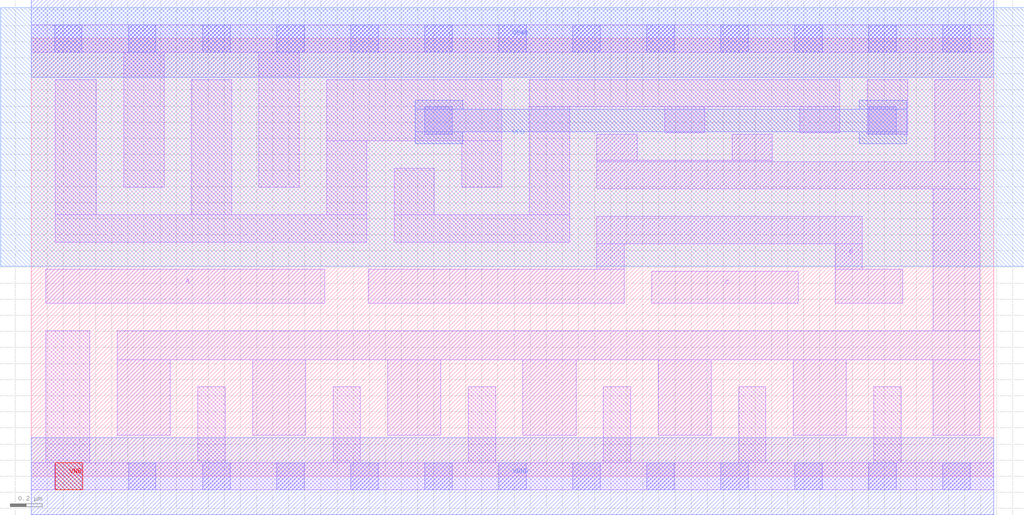
<source format=lef>
# Copyright 2020 The SkyWater PDK Authors
#
# Licensed under the Apache License, Version 2.0 (the "License");
# you may not use this file except in compliance with the License.
# You may obtain a copy of the License at
#
#     https://www.apache.org/licenses/LICENSE-2.0
#
# Unless required by applicable law or agreed to in writing, software
# distributed under the License is distributed on an "AS IS" BASIS,
# WITHOUT WARRANTIES OR CONDITIONS OF ANY KIND, either express or implied.
# See the License for the specific language governing permissions and
# limitations under the License.
#
# SPDX-License-Identifier: Apache-2.0

VERSION 5.7 ;
  NOWIREEXTENSIONATPIN ON ;
  DIVIDERCHAR "/" ;
  BUSBITCHARS "[]" ;
MACRO sky130_fd_sc_hd__nor3_4
  CLASS CORE ;
  FOREIGN sky130_fd_sc_hd__nor3_4 ;
  ORIGIN  0.000000  0.000000 ;
  SIZE  5.980000 BY  2.720000 ;
  SYMMETRY X Y R90 ;
  SITE unithd ;
  PIN A
    ANTENNAGATEAREA  0.990000 ;
    DIRECTION INPUT ;
    USE SIGNAL ;
    PORT
      LAYER li1 ;
        RECT 0.090000 1.075000 1.825000 1.285000 ;
    END
  END A
  PIN B
    ANTENNAGATEAREA  0.990000 ;
    DIRECTION INPUT ;
    USE SIGNAL ;
    PORT
      LAYER li1 ;
        RECT 2.095000 1.075000 3.685000 1.285000 ;
        RECT 3.515000 1.285000 3.685000 1.445000 ;
        RECT 3.515000 1.445000 5.165000 1.615000 ;
        RECT 4.995000 1.075000 5.415000 1.285000 ;
        RECT 4.995000 1.285000 5.165000 1.445000 ;
    END
  END B
  PIN C
    ANTENNAGATEAREA  0.990000 ;
    DIRECTION INPUT ;
    USE SIGNAL ;
    PORT
      LAYER li1 ;
        RECT 3.855000 1.075000 4.765000 1.275000 ;
    END
  END C
  PIN Y
    ANTENNADIFFAREA  1.593000 ;
    DIRECTION OUTPUT ;
    USE SIGNAL ;
    PORT
      LAYER li1 ;
        RECT 0.535000 0.255000 0.865000 0.725000 ;
        RECT 0.535000 0.725000 5.895000 0.905000 ;
        RECT 1.375000 0.255000 1.705000 0.725000 ;
        RECT 2.215000 0.255000 2.545000 0.725000 ;
        RECT 3.055000 0.255000 3.385000 0.725000 ;
        RECT 3.515000 1.785000 5.895000 1.955000 ;
        RECT 3.515000 1.955000 4.605000 1.965000 ;
        RECT 3.515000 1.965000 3.765000 2.125000 ;
        RECT 3.895000 0.255000 4.225000 0.725000 ;
        RECT 4.355000 1.965000 4.605000 2.125000 ;
        RECT 4.735000 0.255000 5.065000 0.725000 ;
        RECT 5.605000 0.255000 5.895000 0.725000 ;
        RECT 5.605000 0.905000 5.895000 1.785000 ;
        RECT 5.615000 1.955000 5.895000 2.465000 ;
    END
  END Y
  PIN VGND
    DIRECTION INOUT ;
    SHAPE ABUTMENT ;
    USE GROUND ;
    PORT
      LAYER met1 ;
        RECT 0.000000 -0.240000 5.980000 0.240000 ;
    END
  END VGND
  PIN VNB
    DIRECTION INOUT ;
    USE GROUND ;
    PORT
      LAYER pwell ;
        RECT 0.150000 -0.085000 0.320000 0.085000 ;
    END
  END VNB
  PIN VPB
    DIRECTION INOUT ;
    USE POWER ;
    PORT
      LAYER nwell ;
        RECT -0.190000 1.305000 6.170000 2.910000 ;
    END
  END VPB
  PIN VPWR
    DIRECTION INOUT ;
    SHAPE ABUTMENT ;
    USE POWER ;
    PORT
      LAYER met1 ;
        RECT 0.000000 2.480000 5.980000 2.960000 ;
    END
  END VPWR
  OBS
    LAYER li1 ;
      RECT 0.000000 -0.085000 5.980000 0.085000 ;
      RECT 0.000000  2.635000 5.980000 2.805000 ;
      RECT 0.090000  0.085000 0.365000 0.905000 ;
      RECT 0.150000  1.455000 2.085000 1.625000 ;
      RECT 0.150000  1.625000 0.405000 2.465000 ;
      RECT 0.575000  1.795000 0.825000 2.635000 ;
      RECT 0.995000  1.625000 1.245000 2.465000 ;
      RECT 1.035000  0.085000 1.205000 0.555000 ;
      RECT 1.415000  1.795000 1.665000 2.635000 ;
      RECT 1.835000  1.625000 2.085000 2.085000 ;
      RECT 1.835000  2.085000 2.925000 2.465000 ;
      RECT 1.875000  0.085000 2.045000 0.555000 ;
      RECT 2.255000  1.455000 3.345000 1.625000 ;
      RECT 2.255000  1.625000 2.505000 1.915000 ;
      RECT 2.675000  1.795000 2.925000 2.085000 ;
      RECT 2.715000  0.085000 2.885000 0.555000 ;
      RECT 3.095000  1.625000 3.345000 2.295000 ;
      RECT 3.095000  2.295000 5.025000 2.465000 ;
      RECT 3.555000  0.085000 3.725000 0.555000 ;
      RECT 3.935000  2.135000 4.185000 2.295000 ;
      RECT 4.395000  0.085000 4.565000 0.555000 ;
      RECT 4.775000  2.135000 5.025000 2.295000 ;
      RECT 5.195000  2.125000 5.445000 2.465000 ;
      RECT 5.235000  0.085000 5.405000 0.555000 ;
    LAYER mcon ;
      RECT 0.145000 -0.085000 0.315000 0.085000 ;
      RECT 0.145000  2.635000 0.315000 2.805000 ;
      RECT 0.605000 -0.085000 0.775000 0.085000 ;
      RECT 0.605000  2.635000 0.775000 2.805000 ;
      RECT 1.065000 -0.085000 1.235000 0.085000 ;
      RECT 1.065000  2.635000 1.235000 2.805000 ;
      RECT 1.525000 -0.085000 1.695000 0.085000 ;
      RECT 1.525000  2.635000 1.695000 2.805000 ;
      RECT 1.985000 -0.085000 2.155000 0.085000 ;
      RECT 1.985000  2.635000 2.155000 2.805000 ;
      RECT 2.445000 -0.085000 2.615000 0.085000 ;
      RECT 2.445000  2.125000 2.615000 2.295000 ;
      RECT 2.445000  2.635000 2.615000 2.805000 ;
      RECT 2.905000 -0.085000 3.075000 0.085000 ;
      RECT 2.905000  2.635000 3.075000 2.805000 ;
      RECT 3.365000 -0.085000 3.535000 0.085000 ;
      RECT 3.365000  2.635000 3.535000 2.805000 ;
      RECT 3.825000 -0.085000 3.995000 0.085000 ;
      RECT 3.825000  2.635000 3.995000 2.805000 ;
      RECT 4.285000 -0.085000 4.455000 0.085000 ;
      RECT 4.285000  2.635000 4.455000 2.805000 ;
      RECT 4.745000 -0.085000 4.915000 0.085000 ;
      RECT 4.745000  2.635000 4.915000 2.805000 ;
      RECT 5.205000 -0.085000 5.375000 0.085000 ;
      RECT 5.205000  2.125000 5.375000 2.295000 ;
      RECT 5.205000  2.635000 5.375000 2.805000 ;
      RECT 5.665000 -0.085000 5.835000 0.085000 ;
      RECT 5.665000  2.635000 5.835000 2.805000 ;
    LAYER met1 ;
      RECT 2.385000 2.065000 2.680000 2.140000 ;
      RECT 2.385000 2.140000 5.440000 2.280000 ;
      RECT 2.385000 2.280000 2.680000 2.335000 ;
      RECT 5.145000 2.065000 5.440000 2.140000 ;
      RECT 5.145000 2.280000 5.440000 2.335000 ;
  END
END sky130_fd_sc_hd__nor3_4
END LIBRARY

</source>
